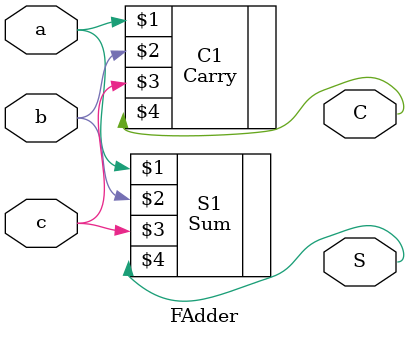
<source format=v>
`timescale 1ns / 1ps

module FAdder(a, b, c, S, C);
input a, b, c;
output S, C;

Sum S1(a, b, c, S);
Carry C1(a, b, c, C);

endmodule

</source>
